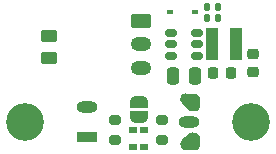
<source format=gbr>
%TF.GenerationSoftware,KiCad,Pcbnew,(7.0.0-0)*%
%TF.CreationDate,2023-03-02T14:09:57-08:00*%
%TF.ProjectId,Tap_Photosensor_PCB,5461705f-5068-46f7-946f-73656e736f72,rev?*%
%TF.SameCoordinates,Original*%
%TF.FileFunction,Soldermask,Top*%
%TF.FilePolarity,Negative*%
%FSLAX46Y46*%
G04 Gerber Fmt 4.6, Leading zero omitted, Abs format (unit mm)*
G04 Created by KiCad (PCBNEW (7.0.0-0)) date 2023-03-02 14:09:57*
%MOMM*%
%LPD*%
G01*
G04 APERTURE LIST*
G04 Aperture macros list*
%AMRoundRect*
0 Rectangle with rounded corners*
0 $1 Rounding radius*
0 $2 $3 $4 $5 $6 $7 $8 $9 X,Y pos of 4 corners*
0 Add a 4 corners polygon primitive as box body*
4,1,4,$2,$3,$4,$5,$6,$7,$8,$9,$2,$3,0*
0 Add four circle primitives for the rounded corners*
1,1,$1+$1,$2,$3*
1,1,$1+$1,$4,$5*
1,1,$1+$1,$6,$7*
1,1,$1+$1,$8,$9*
0 Add four rect primitives between the rounded corners*
20,1,$1+$1,$2,$3,$4,$5,0*
20,1,$1+$1,$4,$5,$6,$7,0*
20,1,$1+$1,$6,$7,$8,$9,0*
20,1,$1+$1,$8,$9,$2,$3,0*%
%AMHorizOval*
0 Thick line with rounded ends*
0 $1 width*
0 $2 $3 position (X,Y) of the first rounded end (center of the circle)*
0 $4 $5 position (X,Y) of the second rounded end (center of the circle)*
0 Add line between two ends*
20,1,$1,$2,$3,$4,$5,0*
0 Add two circle primitives to create the rounded ends*
1,1,$1,$2,$3*
1,1,$1,$4,$5*%
%AMFreePoly0*
4,1,19,0.500000,-0.750000,0.000000,-0.750000,0.000000,-0.744911,-0.071157,-0.744911,-0.207708,-0.704816,-0.327430,-0.627875,-0.420627,-0.520320,-0.479746,-0.390866,-0.500000,-0.250000,-0.500000,0.250000,-0.479746,0.390866,-0.420627,0.520320,-0.327430,0.627875,-0.207708,0.704816,-0.071157,0.744911,0.000000,0.744911,0.000000,0.750000,0.500000,0.750000,0.500000,-0.750000,0.500000,-0.750000,
$1*%
%AMFreePoly1*
4,1,19,0.000000,0.744911,0.071157,0.744911,0.207708,0.704816,0.327430,0.627875,0.420627,0.520320,0.479746,0.390866,0.500000,0.250000,0.500000,-0.250000,0.479746,-0.390866,0.420627,-0.520320,0.327430,-0.627875,0.207708,-0.704816,0.071157,-0.744911,0.000000,-0.744911,0.000000,-0.750000,-0.500000,-0.750000,-0.500000,0.750000,0.000000,0.750000,0.000000,0.744911,0.000000,0.744911,
$1*%
G04 Aperture macros list end*
%ADD10RoundRect,0.250000X-0.450000X0.262500X-0.450000X-0.262500X0.450000X-0.262500X0.450000X0.262500X0*%
%ADD11RoundRect,0.250000X-0.625000X0.350000X-0.625000X-0.350000X0.625000X-0.350000X0.625000X0.350000X0*%
%ADD12O,1.750000X1.200000*%
%ADD13RoundRect,0.200000X-0.275000X0.200000X-0.275000X-0.200000X0.275000X-0.200000X0.275000X0.200000X0*%
%ADD14RoundRect,0.140000X0.140000X0.170000X-0.140000X0.170000X-0.140000X-0.170000X0.140000X-0.170000X0*%
%ADD15RoundRect,0.225000X0.225000X0.250000X-0.225000X0.250000X-0.225000X-0.250000X0.225000X-0.250000X0*%
%ADD16FreePoly0,90.000000*%
%ADD17FreePoly1,90.000000*%
%ADD18C,3.200000*%
%ADD19RoundRect,0.175000X-0.325000X-0.175000X0.325000X-0.175000X0.325000X0.175000X-0.325000X0.175000X0*%
%ADD20R,0.700000X0.600000*%
%ADD21RoundRect,0.250000X-0.250000X-0.475000X0.250000X-0.475000X0.250000X0.475000X-0.250000X0.475000X0*%
%ADD22RoundRect,0.140000X-0.140000X-0.170000X0.140000X-0.170000X0.140000X0.170000X-0.140000X0.170000X0*%
%ADD23R,0.600000X0.450000*%
%ADD24R,1.000000X2.700000*%
%ADD25RoundRect,0.225000X0.250000X-0.225000X0.250000X0.225000X-0.250000X0.225000X-0.250000X-0.225000X0*%
%ADD26R,1.782000X0.958000*%
%ADD27O,1.782000X0.958000*%
%ADD28HorizOval,0.955000X0.279101X-0.263011X-0.279101X0.263011X0*%
%ADD29HorizOval,0.955000X0.279101X0.263011X-0.279101X-0.263011X0*%
G04 APERTURE END LIST*
%TO.C,U1*%
G36*
X117249227Y-66427139D02*
G01*
X117375849Y-66461068D01*
X117489376Y-66526612D01*
X117582070Y-66619306D01*
X117647614Y-66732833D01*
X117681543Y-66859455D01*
X117683682Y-66925000D01*
X117683682Y-67380000D01*
X117681543Y-67445545D01*
X117647614Y-67572167D01*
X117582070Y-67685694D01*
X117489376Y-67778388D01*
X117375849Y-67843932D01*
X117249227Y-67877861D01*
X117183682Y-67880000D01*
X116465682Y-67880000D01*
X116394712Y-67877381D01*
X116259039Y-67835673D01*
X116141611Y-67755940D01*
X116052796Y-67645221D01*
X116000436Y-67513292D01*
X115989155Y-67371801D01*
X116019947Y-67233242D01*
X116090094Y-67109848D01*
X116139953Y-67059275D01*
X116675953Y-66554275D01*
X116720751Y-66514444D01*
X116825704Y-66456596D01*
X116941762Y-66426730D01*
X117001682Y-66425000D01*
X117183682Y-66425000D01*
X117249227Y-66427139D01*
G37*
G36*
X117250335Y-63122139D02*
G01*
X117376957Y-63156068D01*
X117490484Y-63221612D01*
X117583178Y-63314306D01*
X117648722Y-63427833D01*
X117682651Y-63554455D01*
X117684790Y-63620000D01*
X117684790Y-64075000D01*
X117682651Y-64140545D01*
X117648722Y-64267167D01*
X117583178Y-64380694D01*
X117490484Y-64473388D01*
X117376957Y-64538932D01*
X117250335Y-64572861D01*
X117184790Y-64575000D01*
X117002790Y-64575000D01*
X116942870Y-64573271D01*
X116826812Y-64543405D01*
X116721859Y-64485557D01*
X116677061Y-64445725D01*
X116141061Y-63940725D01*
X116091202Y-63890152D01*
X116021055Y-63766758D01*
X115990263Y-63628199D01*
X116001544Y-63486708D01*
X116053904Y-63354779D01*
X116142719Y-63244060D01*
X116260147Y-63164327D01*
X116395820Y-63122619D01*
X116466790Y-63120000D01*
X117184790Y-63120000D01*
X117250335Y-63122139D01*
G37*
%TD*%
D10*
%TO.C,F1*%
X104850000Y-58237500D03*
X104850000Y-60062500D03*
%TD*%
D11*
%TO.C,J1*%
X112675000Y-56925000D03*
D12*
X112674999Y-58924999D03*
X112674999Y-60924999D03*
%TD*%
D13*
%TO.C,R1*%
X110452990Y-65375000D03*
X110452990Y-67025000D03*
%TD*%
D14*
%TO.C,C2*%
X119205000Y-56700000D03*
X118245000Y-56700000D03*
%TD*%
D15*
%TO.C,C3*%
X120275000Y-61375000D03*
X118725000Y-61375000D03*
%TD*%
D16*
%TO.C,JP2*%
X112460000Y-65070000D03*
D17*
X112460000Y-63770000D03*
%TD*%
D18*
%TO.C,REF\u002A\u002A*%
X102870000Y-65500000D03*
%TD*%
D19*
%TO.C,U2*%
X115150000Y-57975000D03*
X115150000Y-58925000D03*
X115150000Y-59875000D03*
X117350000Y-59875000D03*
X117350000Y-58925000D03*
X117350000Y-57975000D03*
%TD*%
D20*
%TO.C,D1*%
X112939999Y-66199999D03*
X111939999Y-66199999D03*
X111939999Y-67599999D03*
X112939999Y-67599999D03*
%TD*%
D21*
%TO.C,C1*%
X115325000Y-61650000D03*
X117225000Y-61650000D03*
%TD*%
D22*
%TO.C,C4*%
X118245000Y-55750000D03*
X119205000Y-55750000D03*
%TD*%
D23*
%TO.C,D3*%
X117224999Y-56224999D03*
X115124999Y-56224999D03*
%TD*%
D13*
%TO.C,R3*%
X114400000Y-65375000D03*
X114400000Y-67025000D03*
%TD*%
D18*
%TO.C,REF\u002A\u002A*%
X121930000Y-65500000D03*
%TD*%
D24*
%TO.C,L1*%
X118624999Y-58899999D03*
X120724999Y-58899999D03*
%TD*%
D25*
%TO.C,C5*%
X122150000Y-61275000D03*
X122150000Y-59725000D03*
%TD*%
D26*
%TO.C,U1*%
X108067999Y-66769999D03*
D27*
X108067999Y-64229999D03*
D28*
X116731999Y-63846999D03*
D27*
X116731999Y-65499999D03*
D29*
X116731999Y-67152999D03*
%TD*%
M02*

</source>
